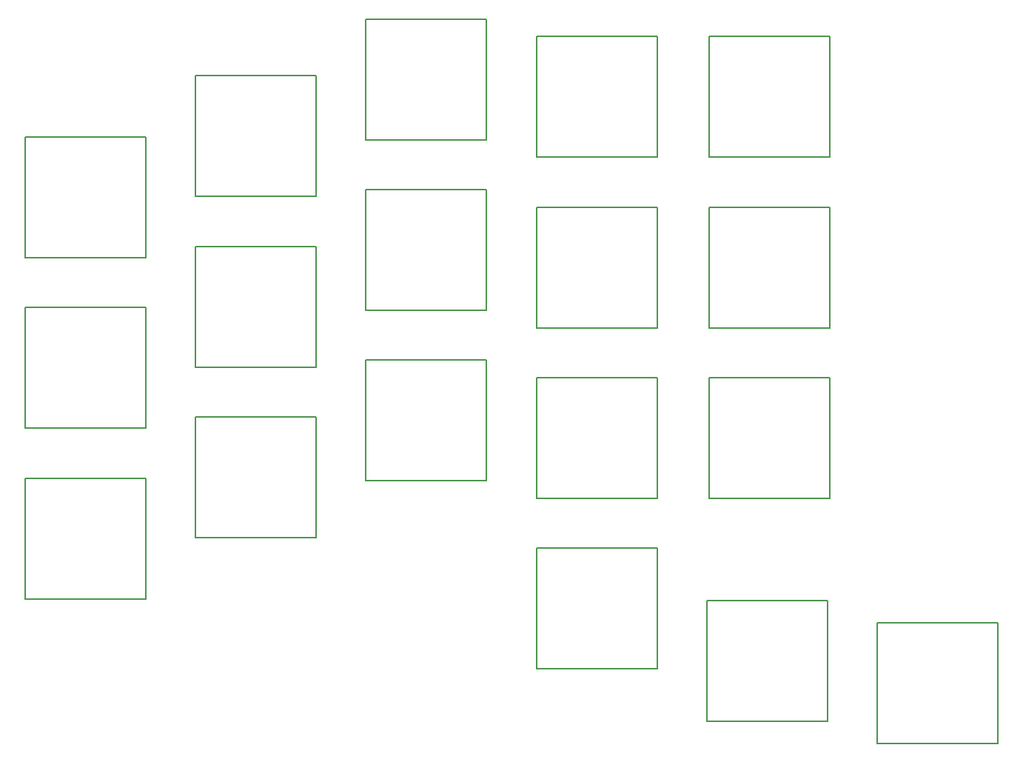
<source format=gbr>
%TF.GenerationSoftware,KiCad,Pcbnew,8.0.2*%
%TF.CreationDate,2025-01-19T21:46:12+07:00*%
%TF.ProjectId,sudi-keyboard,73756469-2d6b-4657-9962-6f6172642e6b,1*%
%TF.SameCoordinates,Original*%
%TF.FileFunction,Other,ECO2*%
%FSLAX46Y46*%
G04 Gerber Fmt 4.6, Leading zero omitted, Abs format (unit mm)*
G04 Created by KiCad (PCBNEW 8.0.2) date 2025-01-19 21:46:12*
%MOMM*%
%LPD*%
G01*
G04 APERTURE LIST*
%ADD10C,0.150000*%
G04 APERTURE END LIST*
D10*
%TO.C,K16*%
X174190000Y-129010000D02*
X174190000Y-115210000D01*
X174190000Y-129010000D02*
X187990000Y-129010000D01*
X187990000Y-115210000D02*
X174190000Y-115210000D01*
X187990000Y-115210000D02*
X187990000Y-129010000D01*
%TO.C,K9*%
X154690000Y-107510000D02*
X154690000Y-93710000D01*
X154690000Y-107510000D02*
X168490000Y-107510000D01*
X168490000Y-93710000D02*
X154690000Y-93710000D01*
X168490000Y-93710000D02*
X168490000Y-107510000D01*
%TO.C,K8*%
X154690000Y-88010000D02*
X154690000Y-74210000D01*
X154690000Y-88010000D02*
X168490000Y-88010000D01*
X168490000Y-74210000D02*
X154690000Y-74210000D01*
X168490000Y-74210000D02*
X168490000Y-88010000D01*
%TO.C,K18*%
X213190000Y-137510000D02*
X213190000Y-123710000D01*
X213190000Y-137510000D02*
X226990000Y-137510000D01*
X226990000Y-123710000D02*
X213190000Y-123710000D01*
X226990000Y-123710000D02*
X226990000Y-137510000D01*
%TO.C,K12*%
X174190000Y-109510000D02*
X174190000Y-95710000D01*
X174190000Y-109510000D02*
X187990000Y-109510000D01*
X187990000Y-95710000D02*
X174190000Y-95710000D01*
X187990000Y-95710000D02*
X187990000Y-109510000D01*
%TO.C,K14*%
X193940000Y-90010000D02*
X193940000Y-76210000D01*
X193940000Y-90010000D02*
X207740000Y-90010000D01*
X207740000Y-76210000D02*
X193940000Y-76210000D01*
X207740000Y-76210000D02*
X207740000Y-90010000D01*
%TO.C,K7*%
X154690000Y-68510000D02*
X154690000Y-54710000D01*
X154690000Y-68510000D02*
X168490000Y-68510000D01*
X168490000Y-54710000D02*
X154690000Y-54710000D01*
X168490000Y-54710000D02*
X168490000Y-68510000D01*
%TO.C,K6*%
X135190000Y-114010000D02*
X135190000Y-100210000D01*
X135190000Y-114010000D02*
X148990000Y-114010000D01*
X148990000Y-100210000D02*
X135190000Y-100210000D01*
X148990000Y-100210000D02*
X148990000Y-114010000D01*
%TO.C,K5*%
X135190000Y-94510000D02*
X135190000Y-80710000D01*
X135190000Y-94510000D02*
X148990000Y-94510000D01*
X148990000Y-80710000D02*
X135190000Y-80710000D01*
X148990000Y-80710000D02*
X148990000Y-94510000D01*
%TO.C,K2*%
X115690000Y-101510000D02*
X115690000Y-87710000D01*
X115690000Y-101510000D02*
X129490000Y-101510000D01*
X129490000Y-87710000D02*
X115690000Y-87710000D01*
X129490000Y-87710000D02*
X129490000Y-101510000D01*
%TO.C,K10*%
X174190000Y-70510000D02*
X174190000Y-56710000D01*
X174190000Y-70510000D02*
X187990000Y-70510000D01*
X187990000Y-56710000D02*
X174190000Y-56710000D01*
X187990000Y-56710000D02*
X187990000Y-70510000D01*
%TO.C,K13*%
X193940000Y-70510000D02*
X193940000Y-56710000D01*
X193940000Y-70510000D02*
X207740000Y-70510000D01*
X207740000Y-56710000D02*
X193940000Y-56710000D01*
X207740000Y-56710000D02*
X207740000Y-70510000D01*
%TO.C,K3*%
X115690000Y-121010000D02*
X115690000Y-107210000D01*
X115690000Y-121010000D02*
X129490000Y-121010000D01*
X129490000Y-107210000D02*
X115690000Y-107210000D01*
X129490000Y-107210000D02*
X129490000Y-121010000D01*
%TO.C,K15*%
X193940000Y-109510000D02*
X193940000Y-95710000D01*
X193940000Y-109510000D02*
X207740000Y-109510000D01*
X207740000Y-95710000D02*
X193940000Y-95710000D01*
X207740000Y-95710000D02*
X207740000Y-109510000D01*
%TO.C,K17*%
X193690000Y-135010000D02*
X193690000Y-121210000D01*
X193690000Y-135010000D02*
X207490000Y-135010000D01*
X207490000Y-121210000D02*
X193690000Y-121210000D01*
X207490000Y-121210000D02*
X207490000Y-135010000D01*
%TO.C,K4*%
X135190000Y-75010000D02*
X135190000Y-61210000D01*
X135190000Y-75010000D02*
X148990000Y-75010000D01*
X148990000Y-61210000D02*
X135190000Y-61210000D01*
X148990000Y-61210000D02*
X148990000Y-75010000D01*
%TO.C,K11*%
X174190000Y-90010000D02*
X174190000Y-76210000D01*
X174190000Y-90010000D02*
X187990000Y-90010000D01*
X187990000Y-76210000D02*
X174190000Y-76210000D01*
X187990000Y-76210000D02*
X187990000Y-90010000D01*
%TO.C,K1*%
X115690000Y-82010000D02*
X115690000Y-68210000D01*
X115690000Y-82010000D02*
X129490000Y-82010000D01*
X129490000Y-68210000D02*
X115690000Y-68210000D01*
X129490000Y-68210000D02*
X129490000Y-82010000D01*
%TD*%
M02*

</source>
